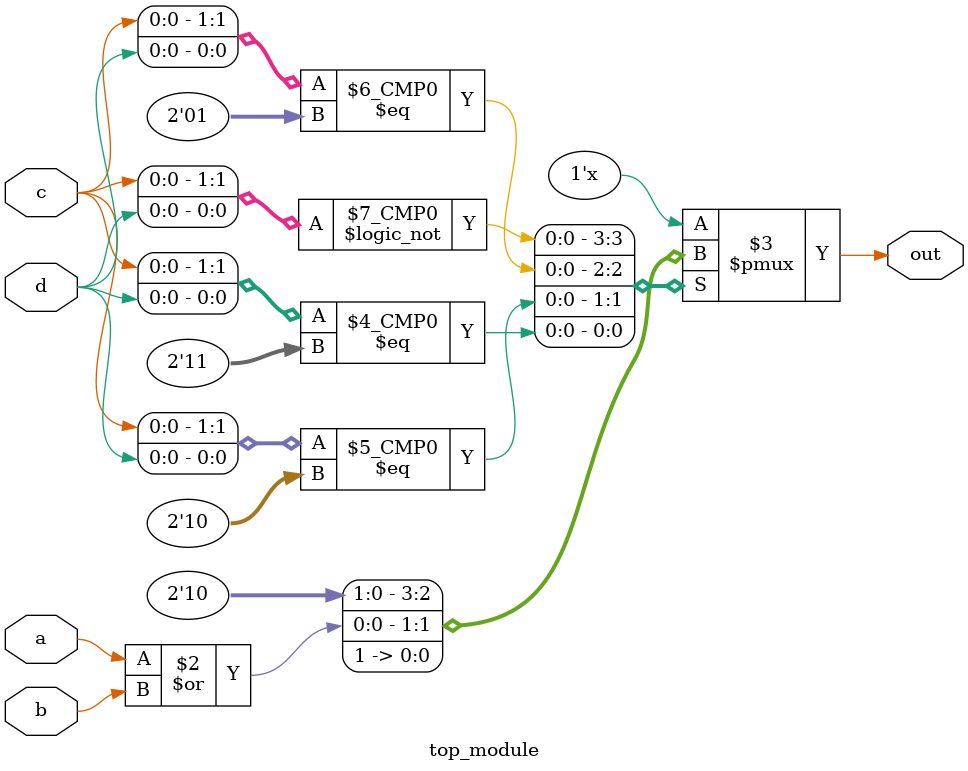
<source format=sv>
module top_module (
    input a, 
    input b,
    input c,
    input d,
    output reg out
);

always @* begin
    case({c, d})
        2'b00: out = 1'b1;
        2'b01: out = 1'b0;
        2'b10: out = a | b;
        2'b11: out = 1'b1;
    endcase
end

endmodule

</source>
